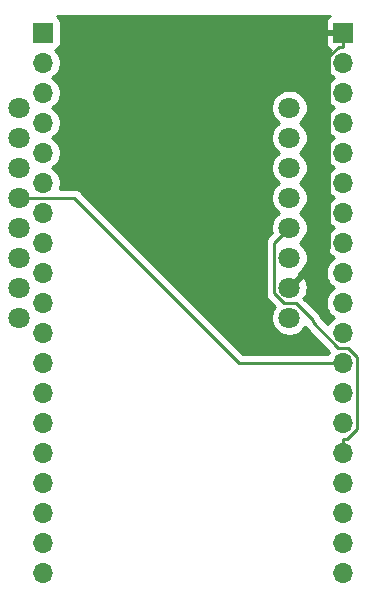
<source format=gbr>
G04 #@! TF.GenerationSoftware,KiCad,Pcbnew,(5.1.5-0-10_14)*
G04 #@! TF.CreationDate,2020-06-15T10:40:47+02:00*
G04 #@! TF.ProjectId,WEMOS_Adapter,57454d4f-535f-4416-9461-707465722e6b,rev?*
G04 #@! TF.SameCoordinates,Original*
G04 #@! TF.FileFunction,Copper,L1,Top*
G04 #@! TF.FilePolarity,Positive*
%FSLAX46Y46*%
G04 Gerber Fmt 4.6, Leading zero omitted, Abs format (unit mm)*
G04 Created by KiCad (PCBNEW (5.1.5-0-10_14)) date 2020-06-15 10:40:47*
%MOMM*%
%LPD*%
G04 APERTURE LIST*
%ADD10C,1.800000*%
%ADD11O,1.700000X1.700000*%
%ADD12R,1.700000X1.700000*%
%ADD13C,0.250000*%
%ADD14C,0.254000*%
G04 APERTURE END LIST*
D10*
X66573400Y-36830000D03*
X43713400Y-36830000D03*
X66573400Y-39370000D03*
X43713400Y-39370000D03*
X66573400Y-41910000D03*
X43713400Y-41910000D03*
X66573400Y-44450000D03*
X43713400Y-44450000D03*
X66573400Y-46990000D03*
X43713400Y-46990000D03*
X66573400Y-49530000D03*
X43713400Y-49530000D03*
X66573400Y-52070000D03*
X43713400Y-52070000D03*
X66573400Y-54610000D03*
X43713400Y-54610000D03*
D11*
X71120000Y-76200000D03*
X71120000Y-73660000D03*
X71120000Y-71120000D03*
X71120000Y-68580000D03*
X71120000Y-66040000D03*
X71120000Y-63500000D03*
X71120000Y-60960000D03*
X71120000Y-58420000D03*
X71120000Y-55880000D03*
X71120000Y-53340000D03*
X71120000Y-50800000D03*
X71120000Y-48260000D03*
X71120000Y-45720000D03*
X71120000Y-43180000D03*
X71120000Y-40640000D03*
X71120000Y-38100000D03*
X71120000Y-35560000D03*
X71120000Y-33020000D03*
D12*
X71120000Y-30480000D03*
D11*
X45720000Y-76200000D03*
X45720000Y-73660000D03*
X45720000Y-71120000D03*
X45720000Y-68580000D03*
X45720000Y-66040000D03*
X45720000Y-63500000D03*
X45720000Y-60960000D03*
X45720000Y-58420000D03*
X45720000Y-55880000D03*
X45720000Y-53340000D03*
X45720000Y-50800000D03*
X45720000Y-48260000D03*
X45720000Y-45720000D03*
X45720000Y-43180000D03*
X45720000Y-40640000D03*
X45720000Y-38100000D03*
X45720000Y-35560000D03*
X45720000Y-33020000D03*
D12*
X45720000Y-30480000D03*
D13*
X71120000Y-66040000D02*
X71120000Y-64864700D01*
X71120000Y-64864700D02*
X71487300Y-64864700D01*
X71487300Y-64864700D02*
X72312300Y-64039700D01*
X72312300Y-64039700D02*
X72312300Y-57946200D01*
X72312300Y-57946200D02*
X71516100Y-57150000D01*
X71516100Y-57150000D02*
X70714500Y-57150000D01*
X70714500Y-57150000D02*
X68534200Y-54969700D01*
X68534200Y-54969700D02*
X68534200Y-54765900D01*
X68534200Y-54765900D02*
X67108300Y-53340000D01*
X67108300Y-53340000D02*
X66100300Y-53340000D01*
X66100300Y-53340000D02*
X65311400Y-52551100D01*
X65311400Y-52551100D02*
X65311400Y-48252000D01*
X65311400Y-48252000D02*
X66573400Y-46990000D01*
X71120000Y-58420000D02*
X62326400Y-58420000D01*
X62326400Y-58420000D02*
X48356400Y-44450000D01*
X48356400Y-44450000D02*
X43713400Y-44450000D01*
X71120000Y-30480000D02*
X71120000Y-31655300D01*
X71120000Y-31655300D02*
X70752600Y-31655300D01*
X70752600Y-31655300D02*
X69944700Y-32463200D01*
X69944700Y-32463200D02*
X69944700Y-48698700D01*
X69944700Y-48698700D02*
X66573400Y-52070000D01*
D14*
G36*
X69915506Y-29099463D02*
G01*
X69818815Y-29178815D01*
X69739463Y-29275506D01*
X69680498Y-29385820D01*
X69644188Y-29505518D01*
X69631928Y-29630000D01*
X69635000Y-30194250D01*
X69793750Y-30353000D01*
X70993000Y-30353000D01*
X70993000Y-30333000D01*
X71247000Y-30333000D01*
X71247000Y-30353000D01*
X71267000Y-30353000D01*
X71267000Y-30607000D01*
X71247000Y-30607000D01*
X71247000Y-30627000D01*
X70993000Y-30627000D01*
X70993000Y-30607000D01*
X69793750Y-30607000D01*
X69635000Y-30765750D01*
X69631928Y-31330000D01*
X69644188Y-31454482D01*
X69680498Y-31574180D01*
X69739463Y-31684494D01*
X69818815Y-31781185D01*
X69915506Y-31860537D01*
X70025820Y-31919502D01*
X70098380Y-31941513D01*
X69966525Y-32073368D01*
X69804010Y-32316589D01*
X69692068Y-32586842D01*
X69635000Y-32873740D01*
X69635000Y-33166260D01*
X69692068Y-33453158D01*
X69804010Y-33723411D01*
X69966525Y-33966632D01*
X70173368Y-34173475D01*
X70347760Y-34290000D01*
X70173368Y-34406525D01*
X69966525Y-34613368D01*
X69804010Y-34856589D01*
X69692068Y-35126842D01*
X69635000Y-35413740D01*
X69635000Y-35706260D01*
X69692068Y-35993158D01*
X69804010Y-36263411D01*
X69966525Y-36506632D01*
X70173368Y-36713475D01*
X70347760Y-36830000D01*
X70173368Y-36946525D01*
X69966525Y-37153368D01*
X69804010Y-37396589D01*
X69692068Y-37666842D01*
X69635000Y-37953740D01*
X69635000Y-38246260D01*
X69692068Y-38533158D01*
X69804010Y-38803411D01*
X69966525Y-39046632D01*
X70173368Y-39253475D01*
X70347760Y-39370000D01*
X70173368Y-39486525D01*
X69966525Y-39693368D01*
X69804010Y-39936589D01*
X69692068Y-40206842D01*
X69635000Y-40493740D01*
X69635000Y-40786260D01*
X69692068Y-41073158D01*
X69804010Y-41343411D01*
X69966525Y-41586632D01*
X70173368Y-41793475D01*
X70347760Y-41910000D01*
X70173368Y-42026525D01*
X69966525Y-42233368D01*
X69804010Y-42476589D01*
X69692068Y-42746842D01*
X69635000Y-43033740D01*
X69635000Y-43326260D01*
X69692068Y-43613158D01*
X69804010Y-43883411D01*
X69966525Y-44126632D01*
X70173368Y-44333475D01*
X70347760Y-44450000D01*
X70173368Y-44566525D01*
X69966525Y-44773368D01*
X69804010Y-45016589D01*
X69692068Y-45286842D01*
X69635000Y-45573740D01*
X69635000Y-45866260D01*
X69692068Y-46153158D01*
X69804010Y-46423411D01*
X69966525Y-46666632D01*
X70173368Y-46873475D01*
X70347760Y-46990000D01*
X70173368Y-47106525D01*
X69966525Y-47313368D01*
X69804010Y-47556589D01*
X69692068Y-47826842D01*
X69635000Y-48113740D01*
X69635000Y-48406260D01*
X69692068Y-48693158D01*
X69804010Y-48963411D01*
X69966525Y-49206632D01*
X70173368Y-49413475D01*
X70347760Y-49530000D01*
X70173368Y-49646525D01*
X69966525Y-49853368D01*
X69804010Y-50096589D01*
X69692068Y-50366842D01*
X69635000Y-50653740D01*
X69635000Y-50946260D01*
X69692068Y-51233158D01*
X69804010Y-51503411D01*
X69966525Y-51746632D01*
X70173368Y-51953475D01*
X70347760Y-52070000D01*
X70173368Y-52186525D01*
X69966525Y-52393368D01*
X69804010Y-52636589D01*
X69692068Y-52906842D01*
X69635000Y-53193740D01*
X69635000Y-53486260D01*
X69692068Y-53773158D01*
X69804010Y-54043411D01*
X69966525Y-54286632D01*
X70173368Y-54493475D01*
X70347760Y-54610000D01*
X70173368Y-54726525D01*
X69966525Y-54933368D01*
X69808769Y-55169467D01*
X69286151Y-54646850D01*
X69283203Y-54616915D01*
X69239746Y-54473654D01*
X69239746Y-54473653D01*
X69169174Y-54341623D01*
X69097999Y-54254897D01*
X69074201Y-54225899D01*
X69045203Y-54202101D01*
X67757923Y-52914822D01*
X67891661Y-52870792D01*
X68022558Y-52598225D01*
X68097765Y-52305358D01*
X68114391Y-52003447D01*
X68071797Y-51704093D01*
X67971622Y-51418801D01*
X67891661Y-51269208D01*
X67637480Y-51185525D01*
X66753005Y-52070000D01*
X66767148Y-52084143D01*
X66587543Y-52263748D01*
X66573400Y-52249605D01*
X66559258Y-52263748D01*
X66379653Y-52084143D01*
X66393795Y-52070000D01*
X66379653Y-52055858D01*
X66559258Y-51876253D01*
X66573400Y-51890395D01*
X67457875Y-51005920D01*
X67398295Y-50824951D01*
X67551905Y-50722312D01*
X67765712Y-50508505D01*
X67933699Y-50257095D01*
X68049411Y-49977743D01*
X68108400Y-49681184D01*
X68108400Y-49378816D01*
X68049411Y-49082257D01*
X67933699Y-48802905D01*
X67765712Y-48551495D01*
X67551905Y-48337688D01*
X67435637Y-48260000D01*
X67551905Y-48182312D01*
X67765712Y-47968505D01*
X67933699Y-47717095D01*
X68049411Y-47437743D01*
X68108400Y-47141184D01*
X68108400Y-46838816D01*
X68049411Y-46542257D01*
X67933699Y-46262905D01*
X67765712Y-46011495D01*
X67551905Y-45797688D01*
X67435637Y-45720000D01*
X67551905Y-45642312D01*
X67765712Y-45428505D01*
X67933699Y-45177095D01*
X68049411Y-44897743D01*
X68108400Y-44601184D01*
X68108400Y-44298816D01*
X68049411Y-44002257D01*
X67933699Y-43722905D01*
X67765712Y-43471495D01*
X67551905Y-43257688D01*
X67435637Y-43180000D01*
X67551905Y-43102312D01*
X67765712Y-42888505D01*
X67933699Y-42637095D01*
X68049411Y-42357743D01*
X68108400Y-42061184D01*
X68108400Y-41758816D01*
X68049411Y-41462257D01*
X67933699Y-41182905D01*
X67765712Y-40931495D01*
X67551905Y-40717688D01*
X67435637Y-40640000D01*
X67551905Y-40562312D01*
X67765712Y-40348505D01*
X67933699Y-40097095D01*
X68049411Y-39817743D01*
X68108400Y-39521184D01*
X68108400Y-39218816D01*
X68049411Y-38922257D01*
X67933699Y-38642905D01*
X67765712Y-38391495D01*
X67551905Y-38177688D01*
X67435637Y-38100000D01*
X67551905Y-38022312D01*
X67765712Y-37808505D01*
X67933699Y-37557095D01*
X68049411Y-37277743D01*
X68108400Y-36981184D01*
X68108400Y-36678816D01*
X68049411Y-36382257D01*
X67933699Y-36102905D01*
X67765712Y-35851495D01*
X67551905Y-35637688D01*
X67300495Y-35469701D01*
X67021143Y-35353989D01*
X66724584Y-35295000D01*
X66422216Y-35295000D01*
X66125657Y-35353989D01*
X65846305Y-35469701D01*
X65594895Y-35637688D01*
X65381088Y-35851495D01*
X65213101Y-36102905D01*
X65097389Y-36382257D01*
X65038400Y-36678816D01*
X65038400Y-36981184D01*
X65097389Y-37277743D01*
X65213101Y-37557095D01*
X65381088Y-37808505D01*
X65594895Y-38022312D01*
X65711163Y-38100000D01*
X65594895Y-38177688D01*
X65381088Y-38391495D01*
X65213101Y-38642905D01*
X65097389Y-38922257D01*
X65038400Y-39218816D01*
X65038400Y-39521184D01*
X65097389Y-39817743D01*
X65213101Y-40097095D01*
X65381088Y-40348505D01*
X65594895Y-40562312D01*
X65711163Y-40640000D01*
X65594895Y-40717688D01*
X65381088Y-40931495D01*
X65213101Y-41182905D01*
X65097389Y-41462257D01*
X65038400Y-41758816D01*
X65038400Y-42061184D01*
X65097389Y-42357743D01*
X65213101Y-42637095D01*
X65381088Y-42888505D01*
X65594895Y-43102312D01*
X65711163Y-43180000D01*
X65594895Y-43257688D01*
X65381088Y-43471495D01*
X65213101Y-43722905D01*
X65097389Y-44002257D01*
X65038400Y-44298816D01*
X65038400Y-44601184D01*
X65097389Y-44897743D01*
X65213101Y-45177095D01*
X65381088Y-45428505D01*
X65594895Y-45642312D01*
X65711163Y-45720000D01*
X65594895Y-45797688D01*
X65381088Y-46011495D01*
X65213101Y-46262905D01*
X65097389Y-46542257D01*
X65038400Y-46838816D01*
X65038400Y-47141184D01*
X65089669Y-47398930D01*
X64800398Y-47688201D01*
X64771400Y-47711999D01*
X64747602Y-47740997D01*
X64747601Y-47740998D01*
X64676426Y-47827724D01*
X64605854Y-47959754D01*
X64562398Y-48103015D01*
X64547724Y-48252000D01*
X64551401Y-48289332D01*
X64551400Y-52513777D01*
X64547724Y-52551100D01*
X64551400Y-52588422D01*
X64551400Y-52588432D01*
X64562397Y-52700085D01*
X64591824Y-52797095D01*
X64605854Y-52843346D01*
X64676426Y-52975376D01*
X64716271Y-53023926D01*
X64771399Y-53091101D01*
X64800402Y-53114903D01*
X65355415Y-53669917D01*
X65213101Y-53882905D01*
X65097389Y-54162257D01*
X65038400Y-54458816D01*
X65038400Y-54761184D01*
X65097389Y-55057743D01*
X65213101Y-55337095D01*
X65381088Y-55588505D01*
X65594895Y-55802312D01*
X65846305Y-55970299D01*
X66125657Y-56086011D01*
X66422216Y-56145000D01*
X66724584Y-56145000D01*
X67021143Y-56086011D01*
X67300495Y-55970299D01*
X67551905Y-55802312D01*
X67765712Y-55588505D01*
X67897656Y-55391038D01*
X67899226Y-55393976D01*
X67939071Y-55442526D01*
X67994199Y-55509701D01*
X68023203Y-55533504D01*
X69965140Y-57475441D01*
X69841822Y-57660000D01*
X62641203Y-57660000D01*
X48920204Y-43939003D01*
X48896401Y-43909999D01*
X48780676Y-43815026D01*
X48648647Y-43744454D01*
X48505386Y-43700997D01*
X48393733Y-43690000D01*
X48393722Y-43690000D01*
X48356400Y-43686324D01*
X48319078Y-43690000D01*
X47116103Y-43690000D01*
X47147932Y-43613158D01*
X47205000Y-43326260D01*
X47205000Y-43033740D01*
X47147932Y-42746842D01*
X47035990Y-42476589D01*
X46873475Y-42233368D01*
X46666632Y-42026525D01*
X46492240Y-41910000D01*
X46666632Y-41793475D01*
X46873475Y-41586632D01*
X47035990Y-41343411D01*
X47147932Y-41073158D01*
X47205000Y-40786260D01*
X47205000Y-40493740D01*
X47147932Y-40206842D01*
X47035990Y-39936589D01*
X46873475Y-39693368D01*
X46666632Y-39486525D01*
X46492240Y-39370000D01*
X46666632Y-39253475D01*
X46873475Y-39046632D01*
X47035990Y-38803411D01*
X47147932Y-38533158D01*
X47205000Y-38246260D01*
X47205000Y-37953740D01*
X47147932Y-37666842D01*
X47035990Y-37396589D01*
X46873475Y-37153368D01*
X46666632Y-36946525D01*
X46492240Y-36830000D01*
X46666632Y-36713475D01*
X46873475Y-36506632D01*
X47035990Y-36263411D01*
X47147932Y-35993158D01*
X47205000Y-35706260D01*
X47205000Y-35413740D01*
X47147932Y-35126842D01*
X47035990Y-34856589D01*
X46873475Y-34613368D01*
X46666632Y-34406525D01*
X46492240Y-34290000D01*
X46666632Y-34173475D01*
X46873475Y-33966632D01*
X47035990Y-33723411D01*
X47147932Y-33453158D01*
X47205000Y-33166260D01*
X47205000Y-32873740D01*
X47147932Y-32586842D01*
X47035990Y-32316589D01*
X46873475Y-32073368D01*
X46741620Y-31941513D01*
X46814180Y-31919502D01*
X46924494Y-31860537D01*
X47021185Y-31781185D01*
X47100537Y-31684494D01*
X47159502Y-31574180D01*
X47195812Y-31454482D01*
X47208072Y-31330000D01*
X47208072Y-29630000D01*
X47195812Y-29505518D01*
X47159502Y-29385820D01*
X47100537Y-29275506D01*
X47021185Y-29178815D01*
X46924494Y-29099463D01*
X46885770Y-29078764D01*
X69990341Y-29059462D01*
X69915506Y-29099463D01*
G37*
X69915506Y-29099463D02*
X69818815Y-29178815D01*
X69739463Y-29275506D01*
X69680498Y-29385820D01*
X69644188Y-29505518D01*
X69631928Y-29630000D01*
X69635000Y-30194250D01*
X69793750Y-30353000D01*
X70993000Y-30353000D01*
X70993000Y-30333000D01*
X71247000Y-30333000D01*
X71247000Y-30353000D01*
X71267000Y-30353000D01*
X71267000Y-30607000D01*
X71247000Y-30607000D01*
X71247000Y-30627000D01*
X70993000Y-30627000D01*
X70993000Y-30607000D01*
X69793750Y-30607000D01*
X69635000Y-30765750D01*
X69631928Y-31330000D01*
X69644188Y-31454482D01*
X69680498Y-31574180D01*
X69739463Y-31684494D01*
X69818815Y-31781185D01*
X69915506Y-31860537D01*
X70025820Y-31919502D01*
X70098380Y-31941513D01*
X69966525Y-32073368D01*
X69804010Y-32316589D01*
X69692068Y-32586842D01*
X69635000Y-32873740D01*
X69635000Y-33166260D01*
X69692068Y-33453158D01*
X69804010Y-33723411D01*
X69966525Y-33966632D01*
X70173368Y-34173475D01*
X70347760Y-34290000D01*
X70173368Y-34406525D01*
X69966525Y-34613368D01*
X69804010Y-34856589D01*
X69692068Y-35126842D01*
X69635000Y-35413740D01*
X69635000Y-35706260D01*
X69692068Y-35993158D01*
X69804010Y-36263411D01*
X69966525Y-36506632D01*
X70173368Y-36713475D01*
X70347760Y-36830000D01*
X70173368Y-36946525D01*
X69966525Y-37153368D01*
X69804010Y-37396589D01*
X69692068Y-37666842D01*
X69635000Y-37953740D01*
X69635000Y-38246260D01*
X69692068Y-38533158D01*
X69804010Y-38803411D01*
X69966525Y-39046632D01*
X70173368Y-39253475D01*
X70347760Y-39370000D01*
X70173368Y-39486525D01*
X69966525Y-39693368D01*
X69804010Y-39936589D01*
X69692068Y-40206842D01*
X69635000Y-40493740D01*
X69635000Y-40786260D01*
X69692068Y-41073158D01*
X69804010Y-41343411D01*
X69966525Y-41586632D01*
X70173368Y-41793475D01*
X70347760Y-41910000D01*
X70173368Y-42026525D01*
X69966525Y-42233368D01*
X69804010Y-42476589D01*
X69692068Y-42746842D01*
X69635000Y-43033740D01*
X69635000Y-43326260D01*
X69692068Y-43613158D01*
X69804010Y-43883411D01*
X69966525Y-44126632D01*
X70173368Y-44333475D01*
X70347760Y-44450000D01*
X70173368Y-44566525D01*
X69966525Y-44773368D01*
X69804010Y-45016589D01*
X69692068Y-45286842D01*
X69635000Y-45573740D01*
X69635000Y-45866260D01*
X69692068Y-46153158D01*
X69804010Y-46423411D01*
X69966525Y-46666632D01*
X70173368Y-46873475D01*
X70347760Y-46990000D01*
X70173368Y-47106525D01*
X69966525Y-47313368D01*
X69804010Y-47556589D01*
X69692068Y-47826842D01*
X69635000Y-48113740D01*
X69635000Y-48406260D01*
X69692068Y-48693158D01*
X69804010Y-48963411D01*
X69966525Y-49206632D01*
X70173368Y-49413475D01*
X70347760Y-49530000D01*
X70173368Y-49646525D01*
X69966525Y-49853368D01*
X69804010Y-50096589D01*
X69692068Y-50366842D01*
X69635000Y-50653740D01*
X69635000Y-50946260D01*
X69692068Y-51233158D01*
X69804010Y-51503411D01*
X69966525Y-51746632D01*
X70173368Y-51953475D01*
X70347760Y-52070000D01*
X70173368Y-52186525D01*
X69966525Y-52393368D01*
X69804010Y-52636589D01*
X69692068Y-52906842D01*
X69635000Y-53193740D01*
X69635000Y-53486260D01*
X69692068Y-53773158D01*
X69804010Y-54043411D01*
X69966525Y-54286632D01*
X70173368Y-54493475D01*
X70347760Y-54610000D01*
X70173368Y-54726525D01*
X69966525Y-54933368D01*
X69808769Y-55169467D01*
X69286151Y-54646850D01*
X69283203Y-54616915D01*
X69239746Y-54473654D01*
X69239746Y-54473653D01*
X69169174Y-54341623D01*
X69097999Y-54254897D01*
X69074201Y-54225899D01*
X69045203Y-54202101D01*
X67757923Y-52914822D01*
X67891661Y-52870792D01*
X68022558Y-52598225D01*
X68097765Y-52305358D01*
X68114391Y-52003447D01*
X68071797Y-51704093D01*
X67971622Y-51418801D01*
X67891661Y-51269208D01*
X67637480Y-51185525D01*
X66753005Y-52070000D01*
X66767148Y-52084143D01*
X66587543Y-52263748D01*
X66573400Y-52249605D01*
X66559258Y-52263748D01*
X66379653Y-52084143D01*
X66393795Y-52070000D01*
X66379653Y-52055858D01*
X66559258Y-51876253D01*
X66573400Y-51890395D01*
X67457875Y-51005920D01*
X67398295Y-50824951D01*
X67551905Y-50722312D01*
X67765712Y-50508505D01*
X67933699Y-50257095D01*
X68049411Y-49977743D01*
X68108400Y-49681184D01*
X68108400Y-49378816D01*
X68049411Y-49082257D01*
X67933699Y-48802905D01*
X67765712Y-48551495D01*
X67551905Y-48337688D01*
X67435637Y-48260000D01*
X67551905Y-48182312D01*
X67765712Y-47968505D01*
X67933699Y-47717095D01*
X68049411Y-47437743D01*
X68108400Y-47141184D01*
X68108400Y-46838816D01*
X68049411Y-46542257D01*
X67933699Y-46262905D01*
X67765712Y-46011495D01*
X67551905Y-45797688D01*
X67435637Y-45720000D01*
X67551905Y-45642312D01*
X67765712Y-45428505D01*
X67933699Y-45177095D01*
X68049411Y-44897743D01*
X68108400Y-44601184D01*
X68108400Y-44298816D01*
X68049411Y-44002257D01*
X67933699Y-43722905D01*
X67765712Y-43471495D01*
X67551905Y-43257688D01*
X67435637Y-43180000D01*
X67551905Y-43102312D01*
X67765712Y-42888505D01*
X67933699Y-42637095D01*
X68049411Y-42357743D01*
X68108400Y-42061184D01*
X68108400Y-41758816D01*
X68049411Y-41462257D01*
X67933699Y-41182905D01*
X67765712Y-40931495D01*
X67551905Y-40717688D01*
X67435637Y-40640000D01*
X67551905Y-40562312D01*
X67765712Y-40348505D01*
X67933699Y-40097095D01*
X68049411Y-39817743D01*
X68108400Y-39521184D01*
X68108400Y-39218816D01*
X68049411Y-38922257D01*
X67933699Y-38642905D01*
X67765712Y-38391495D01*
X67551905Y-38177688D01*
X67435637Y-38100000D01*
X67551905Y-38022312D01*
X67765712Y-37808505D01*
X67933699Y-37557095D01*
X68049411Y-37277743D01*
X68108400Y-36981184D01*
X68108400Y-36678816D01*
X68049411Y-36382257D01*
X67933699Y-36102905D01*
X67765712Y-35851495D01*
X67551905Y-35637688D01*
X67300495Y-35469701D01*
X67021143Y-35353989D01*
X66724584Y-35295000D01*
X66422216Y-35295000D01*
X66125657Y-35353989D01*
X65846305Y-35469701D01*
X65594895Y-35637688D01*
X65381088Y-35851495D01*
X65213101Y-36102905D01*
X65097389Y-36382257D01*
X65038400Y-36678816D01*
X65038400Y-36981184D01*
X65097389Y-37277743D01*
X65213101Y-37557095D01*
X65381088Y-37808505D01*
X65594895Y-38022312D01*
X65711163Y-38100000D01*
X65594895Y-38177688D01*
X65381088Y-38391495D01*
X65213101Y-38642905D01*
X65097389Y-38922257D01*
X65038400Y-39218816D01*
X65038400Y-39521184D01*
X65097389Y-39817743D01*
X65213101Y-40097095D01*
X65381088Y-40348505D01*
X65594895Y-40562312D01*
X65711163Y-40640000D01*
X65594895Y-40717688D01*
X65381088Y-40931495D01*
X65213101Y-41182905D01*
X65097389Y-41462257D01*
X65038400Y-41758816D01*
X65038400Y-42061184D01*
X65097389Y-42357743D01*
X65213101Y-42637095D01*
X65381088Y-42888505D01*
X65594895Y-43102312D01*
X65711163Y-43180000D01*
X65594895Y-43257688D01*
X65381088Y-43471495D01*
X65213101Y-43722905D01*
X65097389Y-44002257D01*
X65038400Y-44298816D01*
X65038400Y-44601184D01*
X65097389Y-44897743D01*
X65213101Y-45177095D01*
X65381088Y-45428505D01*
X65594895Y-45642312D01*
X65711163Y-45720000D01*
X65594895Y-45797688D01*
X65381088Y-46011495D01*
X65213101Y-46262905D01*
X65097389Y-46542257D01*
X65038400Y-46838816D01*
X65038400Y-47141184D01*
X65089669Y-47398930D01*
X64800398Y-47688201D01*
X64771400Y-47711999D01*
X64747602Y-47740997D01*
X64747601Y-47740998D01*
X64676426Y-47827724D01*
X64605854Y-47959754D01*
X64562398Y-48103015D01*
X64547724Y-48252000D01*
X64551401Y-48289332D01*
X64551400Y-52513777D01*
X64547724Y-52551100D01*
X64551400Y-52588422D01*
X64551400Y-52588432D01*
X64562397Y-52700085D01*
X64591824Y-52797095D01*
X64605854Y-52843346D01*
X64676426Y-52975376D01*
X64716271Y-53023926D01*
X64771399Y-53091101D01*
X64800402Y-53114903D01*
X65355415Y-53669917D01*
X65213101Y-53882905D01*
X65097389Y-54162257D01*
X65038400Y-54458816D01*
X65038400Y-54761184D01*
X65097389Y-55057743D01*
X65213101Y-55337095D01*
X65381088Y-55588505D01*
X65594895Y-55802312D01*
X65846305Y-55970299D01*
X66125657Y-56086011D01*
X66422216Y-56145000D01*
X66724584Y-56145000D01*
X67021143Y-56086011D01*
X67300495Y-55970299D01*
X67551905Y-55802312D01*
X67765712Y-55588505D01*
X67897656Y-55391038D01*
X67899226Y-55393976D01*
X67939071Y-55442526D01*
X67994199Y-55509701D01*
X68023203Y-55533504D01*
X69965140Y-57475441D01*
X69841822Y-57660000D01*
X62641203Y-57660000D01*
X48920204Y-43939003D01*
X48896401Y-43909999D01*
X48780676Y-43815026D01*
X48648647Y-43744454D01*
X48505386Y-43700997D01*
X48393733Y-43690000D01*
X48393722Y-43690000D01*
X48356400Y-43686324D01*
X48319078Y-43690000D01*
X47116103Y-43690000D01*
X47147932Y-43613158D01*
X47205000Y-43326260D01*
X47205000Y-43033740D01*
X47147932Y-42746842D01*
X47035990Y-42476589D01*
X46873475Y-42233368D01*
X46666632Y-42026525D01*
X46492240Y-41910000D01*
X46666632Y-41793475D01*
X46873475Y-41586632D01*
X47035990Y-41343411D01*
X47147932Y-41073158D01*
X47205000Y-40786260D01*
X47205000Y-40493740D01*
X47147932Y-40206842D01*
X47035990Y-39936589D01*
X46873475Y-39693368D01*
X46666632Y-39486525D01*
X46492240Y-39370000D01*
X46666632Y-39253475D01*
X46873475Y-39046632D01*
X47035990Y-38803411D01*
X47147932Y-38533158D01*
X47205000Y-38246260D01*
X47205000Y-37953740D01*
X47147932Y-37666842D01*
X47035990Y-37396589D01*
X46873475Y-37153368D01*
X46666632Y-36946525D01*
X46492240Y-36830000D01*
X46666632Y-36713475D01*
X46873475Y-36506632D01*
X47035990Y-36263411D01*
X47147932Y-35993158D01*
X47205000Y-35706260D01*
X47205000Y-35413740D01*
X47147932Y-35126842D01*
X47035990Y-34856589D01*
X46873475Y-34613368D01*
X46666632Y-34406525D01*
X46492240Y-34290000D01*
X46666632Y-34173475D01*
X46873475Y-33966632D01*
X47035990Y-33723411D01*
X47147932Y-33453158D01*
X47205000Y-33166260D01*
X47205000Y-32873740D01*
X47147932Y-32586842D01*
X47035990Y-32316589D01*
X46873475Y-32073368D01*
X46741620Y-31941513D01*
X46814180Y-31919502D01*
X46924494Y-31860537D01*
X47021185Y-31781185D01*
X47100537Y-31684494D01*
X47159502Y-31574180D01*
X47195812Y-31454482D01*
X47208072Y-31330000D01*
X47208072Y-29630000D01*
X47195812Y-29505518D01*
X47159502Y-29385820D01*
X47100537Y-29275506D01*
X47021185Y-29178815D01*
X46924494Y-29099463D01*
X46885770Y-29078764D01*
X69990341Y-29059462D01*
X69915506Y-29099463D01*
M02*

</source>
